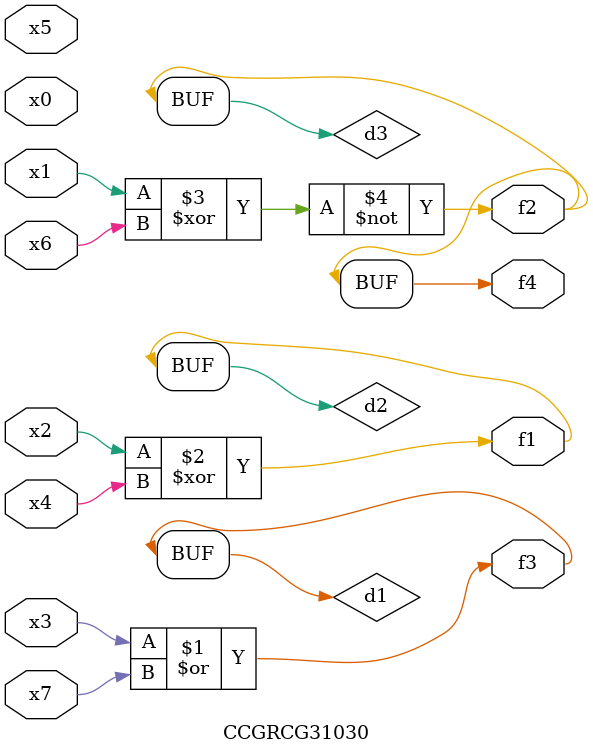
<source format=v>
module CCGRCG31030(
	input x0, x1, x2, x3, x4, x5, x6, x7,
	output f1, f2, f3, f4
);

	wire d1, d2, d3;

	or (d1, x3, x7);
	xor (d2, x2, x4);
	xnor (d3, x1, x6);
	assign f1 = d2;
	assign f2 = d3;
	assign f3 = d1;
	assign f4 = d3;
endmodule

</source>
